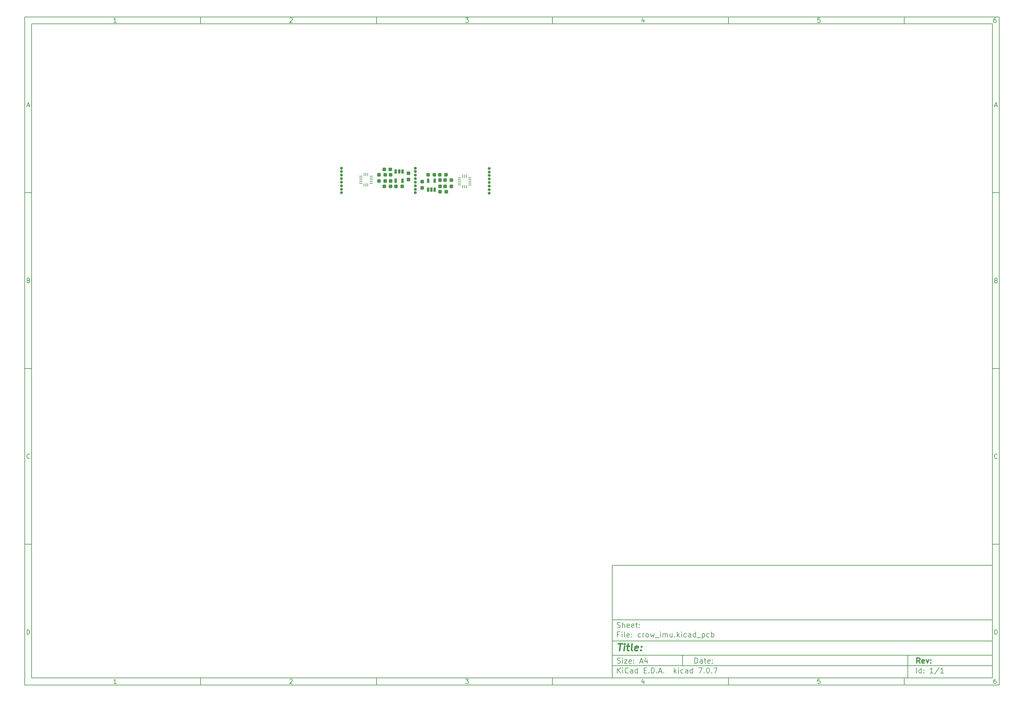
<source format=gts>
%TF.GenerationSoftware,KiCad,Pcbnew,7.0.7*%
%TF.CreationDate,2024-01-01T11:16:14+09:00*%
%TF.ProjectId,crow_imu,63726f77-5f69-46d7-952e-6b696361645f,rev?*%
%TF.SameCoordinates,Original*%
%TF.FileFunction,Soldermask,Top*%
%TF.FilePolarity,Negative*%
%FSLAX46Y46*%
G04 Gerber Fmt 4.6, Leading zero omitted, Abs format (unit mm)*
G04 Created by KiCad (PCBNEW 7.0.7) date 2024-01-01 11:16:14*
%MOMM*%
%LPD*%
G01*
G04 APERTURE LIST*
G04 Aperture macros list*
%AMRoundRect*
0 Rectangle with rounded corners*
0 $1 Rounding radius*
0 $2 $3 $4 $5 $6 $7 $8 $9 X,Y pos of 4 corners*
0 Add a 4 corners polygon primitive as box body*
4,1,4,$2,$3,$4,$5,$6,$7,$8,$9,$2,$3,0*
0 Add four circle primitives for the rounded corners*
1,1,$1+$1,$2,$3*
1,1,$1+$1,$4,$5*
1,1,$1+$1,$6,$7*
1,1,$1+$1,$8,$9*
0 Add four rect primitives between the rounded corners*
20,1,$1+$1,$2,$3,$4,$5,0*
20,1,$1+$1,$4,$5,$6,$7,0*
20,1,$1+$1,$6,$7,$8,$9,0*
20,1,$1+$1,$8,$9,$2,$3,0*%
G04 Aperture macros list end*
%ADD10C,0.100000*%
%ADD11C,0.150000*%
%ADD12C,0.300000*%
%ADD13C,0.400000*%
%ADD14RoundRect,0.237500X0.287500X0.237500X-0.287500X0.237500X-0.287500X-0.237500X0.287500X-0.237500X0*%
%ADD15RoundRect,0.237500X0.237500X-0.287500X0.237500X0.287500X-0.237500X0.287500X-0.237500X-0.287500X0*%
%ADD16R,0.650000X1.220000*%
%ADD17R,0.850000X0.250000*%
%ADD18R,0.250000X0.850000*%
%ADD19RoundRect,0.237500X-0.237500X0.287500X-0.237500X-0.287500X0.237500X-0.287500X0.237500X0.287500X0*%
%ADD20RoundRect,0.237500X-0.287500X-0.237500X0.287500X-0.237500X0.287500X0.237500X-0.287500X0.237500X0*%
%ADD21C,0.800000*%
%ADD22O,0.800000X0.800000*%
%ADD23C,0.850000*%
%ADD24O,0.850000X0.850000*%
G04 APERTURE END LIST*
D10*
D11*
X177002200Y-166007200D02*
X285002200Y-166007200D01*
X285002200Y-198007200D01*
X177002200Y-198007200D01*
X177002200Y-166007200D01*
D10*
D11*
X10000000Y-10000000D02*
X287002200Y-10000000D01*
X287002200Y-200007200D01*
X10000000Y-200007200D01*
X10000000Y-10000000D01*
D10*
D11*
X12000000Y-12000000D02*
X285002200Y-12000000D01*
X285002200Y-198007200D01*
X12000000Y-198007200D01*
X12000000Y-12000000D01*
D10*
D11*
X60000000Y-12000000D02*
X60000000Y-10000000D01*
D10*
D11*
X110000000Y-12000000D02*
X110000000Y-10000000D01*
D10*
D11*
X160000000Y-12000000D02*
X160000000Y-10000000D01*
D10*
D11*
X210000000Y-12000000D02*
X210000000Y-10000000D01*
D10*
D11*
X260000000Y-12000000D02*
X260000000Y-10000000D01*
D10*
D11*
X36089160Y-11593604D02*
X35346303Y-11593604D01*
X35717731Y-11593604D02*
X35717731Y-10293604D01*
X35717731Y-10293604D02*
X35593922Y-10479319D01*
X35593922Y-10479319D02*
X35470112Y-10603128D01*
X35470112Y-10603128D02*
X35346303Y-10665033D01*
D10*
D11*
X85346303Y-10417414D02*
X85408207Y-10355509D01*
X85408207Y-10355509D02*
X85532017Y-10293604D01*
X85532017Y-10293604D02*
X85841541Y-10293604D01*
X85841541Y-10293604D02*
X85965350Y-10355509D01*
X85965350Y-10355509D02*
X86027255Y-10417414D01*
X86027255Y-10417414D02*
X86089160Y-10541223D01*
X86089160Y-10541223D02*
X86089160Y-10665033D01*
X86089160Y-10665033D02*
X86027255Y-10850747D01*
X86027255Y-10850747D02*
X85284398Y-11593604D01*
X85284398Y-11593604D02*
X86089160Y-11593604D01*
D10*
D11*
X135284398Y-10293604D02*
X136089160Y-10293604D01*
X136089160Y-10293604D02*
X135655826Y-10788842D01*
X135655826Y-10788842D02*
X135841541Y-10788842D01*
X135841541Y-10788842D02*
X135965350Y-10850747D01*
X135965350Y-10850747D02*
X136027255Y-10912652D01*
X136027255Y-10912652D02*
X136089160Y-11036461D01*
X136089160Y-11036461D02*
X136089160Y-11345985D01*
X136089160Y-11345985D02*
X136027255Y-11469795D01*
X136027255Y-11469795D02*
X135965350Y-11531700D01*
X135965350Y-11531700D02*
X135841541Y-11593604D01*
X135841541Y-11593604D02*
X135470112Y-11593604D01*
X135470112Y-11593604D02*
X135346303Y-11531700D01*
X135346303Y-11531700D02*
X135284398Y-11469795D01*
D10*
D11*
X185965350Y-10726938D02*
X185965350Y-11593604D01*
X185655826Y-10231700D02*
X185346303Y-11160271D01*
X185346303Y-11160271D02*
X186151064Y-11160271D01*
D10*
D11*
X236027255Y-10293604D02*
X235408207Y-10293604D01*
X235408207Y-10293604D02*
X235346303Y-10912652D01*
X235346303Y-10912652D02*
X235408207Y-10850747D01*
X235408207Y-10850747D02*
X235532017Y-10788842D01*
X235532017Y-10788842D02*
X235841541Y-10788842D01*
X235841541Y-10788842D02*
X235965350Y-10850747D01*
X235965350Y-10850747D02*
X236027255Y-10912652D01*
X236027255Y-10912652D02*
X236089160Y-11036461D01*
X236089160Y-11036461D02*
X236089160Y-11345985D01*
X236089160Y-11345985D02*
X236027255Y-11469795D01*
X236027255Y-11469795D02*
X235965350Y-11531700D01*
X235965350Y-11531700D02*
X235841541Y-11593604D01*
X235841541Y-11593604D02*
X235532017Y-11593604D01*
X235532017Y-11593604D02*
X235408207Y-11531700D01*
X235408207Y-11531700D02*
X235346303Y-11469795D01*
D10*
D11*
X285965350Y-10293604D02*
X285717731Y-10293604D01*
X285717731Y-10293604D02*
X285593922Y-10355509D01*
X285593922Y-10355509D02*
X285532017Y-10417414D01*
X285532017Y-10417414D02*
X285408207Y-10603128D01*
X285408207Y-10603128D02*
X285346303Y-10850747D01*
X285346303Y-10850747D02*
X285346303Y-11345985D01*
X285346303Y-11345985D02*
X285408207Y-11469795D01*
X285408207Y-11469795D02*
X285470112Y-11531700D01*
X285470112Y-11531700D02*
X285593922Y-11593604D01*
X285593922Y-11593604D02*
X285841541Y-11593604D01*
X285841541Y-11593604D02*
X285965350Y-11531700D01*
X285965350Y-11531700D02*
X286027255Y-11469795D01*
X286027255Y-11469795D02*
X286089160Y-11345985D01*
X286089160Y-11345985D02*
X286089160Y-11036461D01*
X286089160Y-11036461D02*
X286027255Y-10912652D01*
X286027255Y-10912652D02*
X285965350Y-10850747D01*
X285965350Y-10850747D02*
X285841541Y-10788842D01*
X285841541Y-10788842D02*
X285593922Y-10788842D01*
X285593922Y-10788842D02*
X285470112Y-10850747D01*
X285470112Y-10850747D02*
X285408207Y-10912652D01*
X285408207Y-10912652D02*
X285346303Y-11036461D01*
D10*
D11*
X60000000Y-198007200D02*
X60000000Y-200007200D01*
D10*
D11*
X110000000Y-198007200D02*
X110000000Y-200007200D01*
D10*
D11*
X160000000Y-198007200D02*
X160000000Y-200007200D01*
D10*
D11*
X210000000Y-198007200D02*
X210000000Y-200007200D01*
D10*
D11*
X260000000Y-198007200D02*
X260000000Y-200007200D01*
D10*
D11*
X36089160Y-199600804D02*
X35346303Y-199600804D01*
X35717731Y-199600804D02*
X35717731Y-198300804D01*
X35717731Y-198300804D02*
X35593922Y-198486519D01*
X35593922Y-198486519D02*
X35470112Y-198610328D01*
X35470112Y-198610328D02*
X35346303Y-198672233D01*
D10*
D11*
X85346303Y-198424614D02*
X85408207Y-198362709D01*
X85408207Y-198362709D02*
X85532017Y-198300804D01*
X85532017Y-198300804D02*
X85841541Y-198300804D01*
X85841541Y-198300804D02*
X85965350Y-198362709D01*
X85965350Y-198362709D02*
X86027255Y-198424614D01*
X86027255Y-198424614D02*
X86089160Y-198548423D01*
X86089160Y-198548423D02*
X86089160Y-198672233D01*
X86089160Y-198672233D02*
X86027255Y-198857947D01*
X86027255Y-198857947D02*
X85284398Y-199600804D01*
X85284398Y-199600804D02*
X86089160Y-199600804D01*
D10*
D11*
X135284398Y-198300804D02*
X136089160Y-198300804D01*
X136089160Y-198300804D02*
X135655826Y-198796042D01*
X135655826Y-198796042D02*
X135841541Y-198796042D01*
X135841541Y-198796042D02*
X135965350Y-198857947D01*
X135965350Y-198857947D02*
X136027255Y-198919852D01*
X136027255Y-198919852D02*
X136089160Y-199043661D01*
X136089160Y-199043661D02*
X136089160Y-199353185D01*
X136089160Y-199353185D02*
X136027255Y-199476995D01*
X136027255Y-199476995D02*
X135965350Y-199538900D01*
X135965350Y-199538900D02*
X135841541Y-199600804D01*
X135841541Y-199600804D02*
X135470112Y-199600804D01*
X135470112Y-199600804D02*
X135346303Y-199538900D01*
X135346303Y-199538900D02*
X135284398Y-199476995D01*
D10*
D11*
X185965350Y-198734138D02*
X185965350Y-199600804D01*
X185655826Y-198238900D02*
X185346303Y-199167471D01*
X185346303Y-199167471D02*
X186151064Y-199167471D01*
D10*
D11*
X236027255Y-198300804D02*
X235408207Y-198300804D01*
X235408207Y-198300804D02*
X235346303Y-198919852D01*
X235346303Y-198919852D02*
X235408207Y-198857947D01*
X235408207Y-198857947D02*
X235532017Y-198796042D01*
X235532017Y-198796042D02*
X235841541Y-198796042D01*
X235841541Y-198796042D02*
X235965350Y-198857947D01*
X235965350Y-198857947D02*
X236027255Y-198919852D01*
X236027255Y-198919852D02*
X236089160Y-199043661D01*
X236089160Y-199043661D02*
X236089160Y-199353185D01*
X236089160Y-199353185D02*
X236027255Y-199476995D01*
X236027255Y-199476995D02*
X235965350Y-199538900D01*
X235965350Y-199538900D02*
X235841541Y-199600804D01*
X235841541Y-199600804D02*
X235532017Y-199600804D01*
X235532017Y-199600804D02*
X235408207Y-199538900D01*
X235408207Y-199538900D02*
X235346303Y-199476995D01*
D10*
D11*
X285965350Y-198300804D02*
X285717731Y-198300804D01*
X285717731Y-198300804D02*
X285593922Y-198362709D01*
X285593922Y-198362709D02*
X285532017Y-198424614D01*
X285532017Y-198424614D02*
X285408207Y-198610328D01*
X285408207Y-198610328D02*
X285346303Y-198857947D01*
X285346303Y-198857947D02*
X285346303Y-199353185D01*
X285346303Y-199353185D02*
X285408207Y-199476995D01*
X285408207Y-199476995D02*
X285470112Y-199538900D01*
X285470112Y-199538900D02*
X285593922Y-199600804D01*
X285593922Y-199600804D02*
X285841541Y-199600804D01*
X285841541Y-199600804D02*
X285965350Y-199538900D01*
X285965350Y-199538900D02*
X286027255Y-199476995D01*
X286027255Y-199476995D02*
X286089160Y-199353185D01*
X286089160Y-199353185D02*
X286089160Y-199043661D01*
X286089160Y-199043661D02*
X286027255Y-198919852D01*
X286027255Y-198919852D02*
X285965350Y-198857947D01*
X285965350Y-198857947D02*
X285841541Y-198796042D01*
X285841541Y-198796042D02*
X285593922Y-198796042D01*
X285593922Y-198796042D02*
X285470112Y-198857947D01*
X285470112Y-198857947D02*
X285408207Y-198919852D01*
X285408207Y-198919852D02*
X285346303Y-199043661D01*
D10*
D11*
X10000000Y-60000000D02*
X12000000Y-60000000D01*
D10*
D11*
X10000000Y-110000000D02*
X12000000Y-110000000D01*
D10*
D11*
X10000000Y-160000000D02*
X12000000Y-160000000D01*
D10*
D11*
X10690476Y-35222176D02*
X11309523Y-35222176D01*
X10566666Y-35593604D02*
X10999999Y-34293604D01*
X10999999Y-34293604D02*
X11433333Y-35593604D01*
D10*
D11*
X11092857Y-84912652D02*
X11278571Y-84974557D01*
X11278571Y-84974557D02*
X11340476Y-85036461D01*
X11340476Y-85036461D02*
X11402380Y-85160271D01*
X11402380Y-85160271D02*
X11402380Y-85345985D01*
X11402380Y-85345985D02*
X11340476Y-85469795D01*
X11340476Y-85469795D02*
X11278571Y-85531700D01*
X11278571Y-85531700D02*
X11154761Y-85593604D01*
X11154761Y-85593604D02*
X10659523Y-85593604D01*
X10659523Y-85593604D02*
X10659523Y-84293604D01*
X10659523Y-84293604D02*
X11092857Y-84293604D01*
X11092857Y-84293604D02*
X11216666Y-84355509D01*
X11216666Y-84355509D02*
X11278571Y-84417414D01*
X11278571Y-84417414D02*
X11340476Y-84541223D01*
X11340476Y-84541223D02*
X11340476Y-84665033D01*
X11340476Y-84665033D02*
X11278571Y-84788842D01*
X11278571Y-84788842D02*
X11216666Y-84850747D01*
X11216666Y-84850747D02*
X11092857Y-84912652D01*
X11092857Y-84912652D02*
X10659523Y-84912652D01*
D10*
D11*
X11402380Y-135469795D02*
X11340476Y-135531700D01*
X11340476Y-135531700D02*
X11154761Y-135593604D01*
X11154761Y-135593604D02*
X11030952Y-135593604D01*
X11030952Y-135593604D02*
X10845238Y-135531700D01*
X10845238Y-135531700D02*
X10721428Y-135407890D01*
X10721428Y-135407890D02*
X10659523Y-135284080D01*
X10659523Y-135284080D02*
X10597619Y-135036461D01*
X10597619Y-135036461D02*
X10597619Y-134850747D01*
X10597619Y-134850747D02*
X10659523Y-134603128D01*
X10659523Y-134603128D02*
X10721428Y-134479319D01*
X10721428Y-134479319D02*
X10845238Y-134355509D01*
X10845238Y-134355509D02*
X11030952Y-134293604D01*
X11030952Y-134293604D02*
X11154761Y-134293604D01*
X11154761Y-134293604D02*
X11340476Y-134355509D01*
X11340476Y-134355509D02*
X11402380Y-134417414D01*
D10*
D11*
X10659523Y-185593604D02*
X10659523Y-184293604D01*
X10659523Y-184293604D02*
X10969047Y-184293604D01*
X10969047Y-184293604D02*
X11154761Y-184355509D01*
X11154761Y-184355509D02*
X11278571Y-184479319D01*
X11278571Y-184479319D02*
X11340476Y-184603128D01*
X11340476Y-184603128D02*
X11402380Y-184850747D01*
X11402380Y-184850747D02*
X11402380Y-185036461D01*
X11402380Y-185036461D02*
X11340476Y-185284080D01*
X11340476Y-185284080D02*
X11278571Y-185407890D01*
X11278571Y-185407890D02*
X11154761Y-185531700D01*
X11154761Y-185531700D02*
X10969047Y-185593604D01*
X10969047Y-185593604D02*
X10659523Y-185593604D01*
D10*
D11*
X287002200Y-60000000D02*
X285002200Y-60000000D01*
D10*
D11*
X287002200Y-110000000D02*
X285002200Y-110000000D01*
D10*
D11*
X287002200Y-160000000D02*
X285002200Y-160000000D01*
D10*
D11*
X285692676Y-35222176D02*
X286311723Y-35222176D01*
X285568866Y-35593604D02*
X286002199Y-34293604D01*
X286002199Y-34293604D02*
X286435533Y-35593604D01*
D10*
D11*
X286095057Y-84912652D02*
X286280771Y-84974557D01*
X286280771Y-84974557D02*
X286342676Y-85036461D01*
X286342676Y-85036461D02*
X286404580Y-85160271D01*
X286404580Y-85160271D02*
X286404580Y-85345985D01*
X286404580Y-85345985D02*
X286342676Y-85469795D01*
X286342676Y-85469795D02*
X286280771Y-85531700D01*
X286280771Y-85531700D02*
X286156961Y-85593604D01*
X286156961Y-85593604D02*
X285661723Y-85593604D01*
X285661723Y-85593604D02*
X285661723Y-84293604D01*
X285661723Y-84293604D02*
X286095057Y-84293604D01*
X286095057Y-84293604D02*
X286218866Y-84355509D01*
X286218866Y-84355509D02*
X286280771Y-84417414D01*
X286280771Y-84417414D02*
X286342676Y-84541223D01*
X286342676Y-84541223D02*
X286342676Y-84665033D01*
X286342676Y-84665033D02*
X286280771Y-84788842D01*
X286280771Y-84788842D02*
X286218866Y-84850747D01*
X286218866Y-84850747D02*
X286095057Y-84912652D01*
X286095057Y-84912652D02*
X285661723Y-84912652D01*
D10*
D11*
X286404580Y-135469795D02*
X286342676Y-135531700D01*
X286342676Y-135531700D02*
X286156961Y-135593604D01*
X286156961Y-135593604D02*
X286033152Y-135593604D01*
X286033152Y-135593604D02*
X285847438Y-135531700D01*
X285847438Y-135531700D02*
X285723628Y-135407890D01*
X285723628Y-135407890D02*
X285661723Y-135284080D01*
X285661723Y-135284080D02*
X285599819Y-135036461D01*
X285599819Y-135036461D02*
X285599819Y-134850747D01*
X285599819Y-134850747D02*
X285661723Y-134603128D01*
X285661723Y-134603128D02*
X285723628Y-134479319D01*
X285723628Y-134479319D02*
X285847438Y-134355509D01*
X285847438Y-134355509D02*
X286033152Y-134293604D01*
X286033152Y-134293604D02*
X286156961Y-134293604D01*
X286156961Y-134293604D02*
X286342676Y-134355509D01*
X286342676Y-134355509D02*
X286404580Y-134417414D01*
D10*
D11*
X285661723Y-185593604D02*
X285661723Y-184293604D01*
X285661723Y-184293604D02*
X285971247Y-184293604D01*
X285971247Y-184293604D02*
X286156961Y-184355509D01*
X286156961Y-184355509D02*
X286280771Y-184479319D01*
X286280771Y-184479319D02*
X286342676Y-184603128D01*
X286342676Y-184603128D02*
X286404580Y-184850747D01*
X286404580Y-184850747D02*
X286404580Y-185036461D01*
X286404580Y-185036461D02*
X286342676Y-185284080D01*
X286342676Y-185284080D02*
X286280771Y-185407890D01*
X286280771Y-185407890D02*
X286156961Y-185531700D01*
X286156961Y-185531700D02*
X285971247Y-185593604D01*
X285971247Y-185593604D02*
X285661723Y-185593604D01*
D10*
D11*
X200458026Y-193793328D02*
X200458026Y-192293328D01*
X200458026Y-192293328D02*
X200815169Y-192293328D01*
X200815169Y-192293328D02*
X201029455Y-192364757D01*
X201029455Y-192364757D02*
X201172312Y-192507614D01*
X201172312Y-192507614D02*
X201243741Y-192650471D01*
X201243741Y-192650471D02*
X201315169Y-192936185D01*
X201315169Y-192936185D02*
X201315169Y-193150471D01*
X201315169Y-193150471D02*
X201243741Y-193436185D01*
X201243741Y-193436185D02*
X201172312Y-193579042D01*
X201172312Y-193579042D02*
X201029455Y-193721900D01*
X201029455Y-193721900D02*
X200815169Y-193793328D01*
X200815169Y-193793328D02*
X200458026Y-193793328D01*
X202600884Y-193793328D02*
X202600884Y-193007614D01*
X202600884Y-193007614D02*
X202529455Y-192864757D01*
X202529455Y-192864757D02*
X202386598Y-192793328D01*
X202386598Y-192793328D02*
X202100884Y-192793328D01*
X202100884Y-192793328D02*
X201958026Y-192864757D01*
X202600884Y-193721900D02*
X202458026Y-193793328D01*
X202458026Y-193793328D02*
X202100884Y-193793328D01*
X202100884Y-193793328D02*
X201958026Y-193721900D01*
X201958026Y-193721900D02*
X201886598Y-193579042D01*
X201886598Y-193579042D02*
X201886598Y-193436185D01*
X201886598Y-193436185D02*
X201958026Y-193293328D01*
X201958026Y-193293328D02*
X202100884Y-193221900D01*
X202100884Y-193221900D02*
X202458026Y-193221900D01*
X202458026Y-193221900D02*
X202600884Y-193150471D01*
X203100884Y-192793328D02*
X203672312Y-192793328D01*
X203315169Y-192293328D02*
X203315169Y-193579042D01*
X203315169Y-193579042D02*
X203386598Y-193721900D01*
X203386598Y-193721900D02*
X203529455Y-193793328D01*
X203529455Y-193793328D02*
X203672312Y-193793328D01*
X204743741Y-193721900D02*
X204600884Y-193793328D01*
X204600884Y-193793328D02*
X204315170Y-193793328D01*
X204315170Y-193793328D02*
X204172312Y-193721900D01*
X204172312Y-193721900D02*
X204100884Y-193579042D01*
X204100884Y-193579042D02*
X204100884Y-193007614D01*
X204100884Y-193007614D02*
X204172312Y-192864757D01*
X204172312Y-192864757D02*
X204315170Y-192793328D01*
X204315170Y-192793328D02*
X204600884Y-192793328D01*
X204600884Y-192793328D02*
X204743741Y-192864757D01*
X204743741Y-192864757D02*
X204815170Y-193007614D01*
X204815170Y-193007614D02*
X204815170Y-193150471D01*
X204815170Y-193150471D02*
X204100884Y-193293328D01*
X205458026Y-193650471D02*
X205529455Y-193721900D01*
X205529455Y-193721900D02*
X205458026Y-193793328D01*
X205458026Y-193793328D02*
X205386598Y-193721900D01*
X205386598Y-193721900D02*
X205458026Y-193650471D01*
X205458026Y-193650471D02*
X205458026Y-193793328D01*
X205458026Y-192864757D02*
X205529455Y-192936185D01*
X205529455Y-192936185D02*
X205458026Y-193007614D01*
X205458026Y-193007614D02*
X205386598Y-192936185D01*
X205386598Y-192936185D02*
X205458026Y-192864757D01*
X205458026Y-192864757D02*
X205458026Y-193007614D01*
D10*
D11*
X177002200Y-194507200D02*
X285002200Y-194507200D01*
D10*
D11*
X178458026Y-196593328D02*
X178458026Y-195093328D01*
X179315169Y-196593328D02*
X178672312Y-195736185D01*
X179315169Y-195093328D02*
X178458026Y-195950471D01*
X179958026Y-196593328D02*
X179958026Y-195593328D01*
X179958026Y-195093328D02*
X179886598Y-195164757D01*
X179886598Y-195164757D02*
X179958026Y-195236185D01*
X179958026Y-195236185D02*
X180029455Y-195164757D01*
X180029455Y-195164757D02*
X179958026Y-195093328D01*
X179958026Y-195093328D02*
X179958026Y-195236185D01*
X181529455Y-196450471D02*
X181458027Y-196521900D01*
X181458027Y-196521900D02*
X181243741Y-196593328D01*
X181243741Y-196593328D02*
X181100884Y-196593328D01*
X181100884Y-196593328D02*
X180886598Y-196521900D01*
X180886598Y-196521900D02*
X180743741Y-196379042D01*
X180743741Y-196379042D02*
X180672312Y-196236185D01*
X180672312Y-196236185D02*
X180600884Y-195950471D01*
X180600884Y-195950471D02*
X180600884Y-195736185D01*
X180600884Y-195736185D02*
X180672312Y-195450471D01*
X180672312Y-195450471D02*
X180743741Y-195307614D01*
X180743741Y-195307614D02*
X180886598Y-195164757D01*
X180886598Y-195164757D02*
X181100884Y-195093328D01*
X181100884Y-195093328D02*
X181243741Y-195093328D01*
X181243741Y-195093328D02*
X181458027Y-195164757D01*
X181458027Y-195164757D02*
X181529455Y-195236185D01*
X182815170Y-196593328D02*
X182815170Y-195807614D01*
X182815170Y-195807614D02*
X182743741Y-195664757D01*
X182743741Y-195664757D02*
X182600884Y-195593328D01*
X182600884Y-195593328D02*
X182315170Y-195593328D01*
X182315170Y-195593328D02*
X182172312Y-195664757D01*
X182815170Y-196521900D02*
X182672312Y-196593328D01*
X182672312Y-196593328D02*
X182315170Y-196593328D01*
X182315170Y-196593328D02*
X182172312Y-196521900D01*
X182172312Y-196521900D02*
X182100884Y-196379042D01*
X182100884Y-196379042D02*
X182100884Y-196236185D01*
X182100884Y-196236185D02*
X182172312Y-196093328D01*
X182172312Y-196093328D02*
X182315170Y-196021900D01*
X182315170Y-196021900D02*
X182672312Y-196021900D01*
X182672312Y-196021900D02*
X182815170Y-195950471D01*
X184172313Y-196593328D02*
X184172313Y-195093328D01*
X184172313Y-196521900D02*
X184029455Y-196593328D01*
X184029455Y-196593328D02*
X183743741Y-196593328D01*
X183743741Y-196593328D02*
X183600884Y-196521900D01*
X183600884Y-196521900D02*
X183529455Y-196450471D01*
X183529455Y-196450471D02*
X183458027Y-196307614D01*
X183458027Y-196307614D02*
X183458027Y-195879042D01*
X183458027Y-195879042D02*
X183529455Y-195736185D01*
X183529455Y-195736185D02*
X183600884Y-195664757D01*
X183600884Y-195664757D02*
X183743741Y-195593328D01*
X183743741Y-195593328D02*
X184029455Y-195593328D01*
X184029455Y-195593328D02*
X184172313Y-195664757D01*
X186029455Y-195807614D02*
X186529455Y-195807614D01*
X186743741Y-196593328D02*
X186029455Y-196593328D01*
X186029455Y-196593328D02*
X186029455Y-195093328D01*
X186029455Y-195093328D02*
X186743741Y-195093328D01*
X187386598Y-196450471D02*
X187458027Y-196521900D01*
X187458027Y-196521900D02*
X187386598Y-196593328D01*
X187386598Y-196593328D02*
X187315170Y-196521900D01*
X187315170Y-196521900D02*
X187386598Y-196450471D01*
X187386598Y-196450471D02*
X187386598Y-196593328D01*
X188100884Y-196593328D02*
X188100884Y-195093328D01*
X188100884Y-195093328D02*
X188458027Y-195093328D01*
X188458027Y-195093328D02*
X188672313Y-195164757D01*
X188672313Y-195164757D02*
X188815170Y-195307614D01*
X188815170Y-195307614D02*
X188886599Y-195450471D01*
X188886599Y-195450471D02*
X188958027Y-195736185D01*
X188958027Y-195736185D02*
X188958027Y-195950471D01*
X188958027Y-195950471D02*
X188886599Y-196236185D01*
X188886599Y-196236185D02*
X188815170Y-196379042D01*
X188815170Y-196379042D02*
X188672313Y-196521900D01*
X188672313Y-196521900D02*
X188458027Y-196593328D01*
X188458027Y-196593328D02*
X188100884Y-196593328D01*
X189600884Y-196450471D02*
X189672313Y-196521900D01*
X189672313Y-196521900D02*
X189600884Y-196593328D01*
X189600884Y-196593328D02*
X189529456Y-196521900D01*
X189529456Y-196521900D02*
X189600884Y-196450471D01*
X189600884Y-196450471D02*
X189600884Y-196593328D01*
X190243742Y-196164757D02*
X190958028Y-196164757D01*
X190100885Y-196593328D02*
X190600885Y-195093328D01*
X190600885Y-195093328D02*
X191100885Y-196593328D01*
X191600884Y-196450471D02*
X191672313Y-196521900D01*
X191672313Y-196521900D02*
X191600884Y-196593328D01*
X191600884Y-196593328D02*
X191529456Y-196521900D01*
X191529456Y-196521900D02*
X191600884Y-196450471D01*
X191600884Y-196450471D02*
X191600884Y-196593328D01*
X194600884Y-196593328D02*
X194600884Y-195093328D01*
X194743742Y-196021900D02*
X195172313Y-196593328D01*
X195172313Y-195593328D02*
X194600884Y-196164757D01*
X195815170Y-196593328D02*
X195815170Y-195593328D01*
X195815170Y-195093328D02*
X195743742Y-195164757D01*
X195743742Y-195164757D02*
X195815170Y-195236185D01*
X195815170Y-195236185D02*
X195886599Y-195164757D01*
X195886599Y-195164757D02*
X195815170Y-195093328D01*
X195815170Y-195093328D02*
X195815170Y-195236185D01*
X197172314Y-196521900D02*
X197029456Y-196593328D01*
X197029456Y-196593328D02*
X196743742Y-196593328D01*
X196743742Y-196593328D02*
X196600885Y-196521900D01*
X196600885Y-196521900D02*
X196529456Y-196450471D01*
X196529456Y-196450471D02*
X196458028Y-196307614D01*
X196458028Y-196307614D02*
X196458028Y-195879042D01*
X196458028Y-195879042D02*
X196529456Y-195736185D01*
X196529456Y-195736185D02*
X196600885Y-195664757D01*
X196600885Y-195664757D02*
X196743742Y-195593328D01*
X196743742Y-195593328D02*
X197029456Y-195593328D01*
X197029456Y-195593328D02*
X197172314Y-195664757D01*
X198458028Y-196593328D02*
X198458028Y-195807614D01*
X198458028Y-195807614D02*
X198386599Y-195664757D01*
X198386599Y-195664757D02*
X198243742Y-195593328D01*
X198243742Y-195593328D02*
X197958028Y-195593328D01*
X197958028Y-195593328D02*
X197815170Y-195664757D01*
X198458028Y-196521900D02*
X198315170Y-196593328D01*
X198315170Y-196593328D02*
X197958028Y-196593328D01*
X197958028Y-196593328D02*
X197815170Y-196521900D01*
X197815170Y-196521900D02*
X197743742Y-196379042D01*
X197743742Y-196379042D02*
X197743742Y-196236185D01*
X197743742Y-196236185D02*
X197815170Y-196093328D01*
X197815170Y-196093328D02*
X197958028Y-196021900D01*
X197958028Y-196021900D02*
X198315170Y-196021900D01*
X198315170Y-196021900D02*
X198458028Y-195950471D01*
X199815171Y-196593328D02*
X199815171Y-195093328D01*
X199815171Y-196521900D02*
X199672313Y-196593328D01*
X199672313Y-196593328D02*
X199386599Y-196593328D01*
X199386599Y-196593328D02*
X199243742Y-196521900D01*
X199243742Y-196521900D02*
X199172313Y-196450471D01*
X199172313Y-196450471D02*
X199100885Y-196307614D01*
X199100885Y-196307614D02*
X199100885Y-195879042D01*
X199100885Y-195879042D02*
X199172313Y-195736185D01*
X199172313Y-195736185D02*
X199243742Y-195664757D01*
X199243742Y-195664757D02*
X199386599Y-195593328D01*
X199386599Y-195593328D02*
X199672313Y-195593328D01*
X199672313Y-195593328D02*
X199815171Y-195664757D01*
X201529456Y-195093328D02*
X202529456Y-195093328D01*
X202529456Y-195093328D02*
X201886599Y-196593328D01*
X203100884Y-196450471D02*
X203172313Y-196521900D01*
X203172313Y-196521900D02*
X203100884Y-196593328D01*
X203100884Y-196593328D02*
X203029456Y-196521900D01*
X203029456Y-196521900D02*
X203100884Y-196450471D01*
X203100884Y-196450471D02*
X203100884Y-196593328D01*
X204100885Y-195093328D02*
X204243742Y-195093328D01*
X204243742Y-195093328D02*
X204386599Y-195164757D01*
X204386599Y-195164757D02*
X204458028Y-195236185D01*
X204458028Y-195236185D02*
X204529456Y-195379042D01*
X204529456Y-195379042D02*
X204600885Y-195664757D01*
X204600885Y-195664757D02*
X204600885Y-196021900D01*
X204600885Y-196021900D02*
X204529456Y-196307614D01*
X204529456Y-196307614D02*
X204458028Y-196450471D01*
X204458028Y-196450471D02*
X204386599Y-196521900D01*
X204386599Y-196521900D02*
X204243742Y-196593328D01*
X204243742Y-196593328D02*
X204100885Y-196593328D01*
X204100885Y-196593328D02*
X203958028Y-196521900D01*
X203958028Y-196521900D02*
X203886599Y-196450471D01*
X203886599Y-196450471D02*
X203815170Y-196307614D01*
X203815170Y-196307614D02*
X203743742Y-196021900D01*
X203743742Y-196021900D02*
X203743742Y-195664757D01*
X203743742Y-195664757D02*
X203815170Y-195379042D01*
X203815170Y-195379042D02*
X203886599Y-195236185D01*
X203886599Y-195236185D02*
X203958028Y-195164757D01*
X203958028Y-195164757D02*
X204100885Y-195093328D01*
X205243741Y-196450471D02*
X205315170Y-196521900D01*
X205315170Y-196521900D02*
X205243741Y-196593328D01*
X205243741Y-196593328D02*
X205172313Y-196521900D01*
X205172313Y-196521900D02*
X205243741Y-196450471D01*
X205243741Y-196450471D02*
X205243741Y-196593328D01*
X205815170Y-195093328D02*
X206815170Y-195093328D01*
X206815170Y-195093328D02*
X206172313Y-196593328D01*
D10*
D11*
X177002200Y-191507200D02*
X285002200Y-191507200D01*
D10*
D12*
X264413853Y-193785528D02*
X263913853Y-193071242D01*
X263556710Y-193785528D02*
X263556710Y-192285528D01*
X263556710Y-192285528D02*
X264128139Y-192285528D01*
X264128139Y-192285528D02*
X264270996Y-192356957D01*
X264270996Y-192356957D02*
X264342425Y-192428385D01*
X264342425Y-192428385D02*
X264413853Y-192571242D01*
X264413853Y-192571242D02*
X264413853Y-192785528D01*
X264413853Y-192785528D02*
X264342425Y-192928385D01*
X264342425Y-192928385D02*
X264270996Y-192999814D01*
X264270996Y-192999814D02*
X264128139Y-193071242D01*
X264128139Y-193071242D02*
X263556710Y-193071242D01*
X265628139Y-193714100D02*
X265485282Y-193785528D01*
X265485282Y-193785528D02*
X265199568Y-193785528D01*
X265199568Y-193785528D02*
X265056710Y-193714100D01*
X265056710Y-193714100D02*
X264985282Y-193571242D01*
X264985282Y-193571242D02*
X264985282Y-192999814D01*
X264985282Y-192999814D02*
X265056710Y-192856957D01*
X265056710Y-192856957D02*
X265199568Y-192785528D01*
X265199568Y-192785528D02*
X265485282Y-192785528D01*
X265485282Y-192785528D02*
X265628139Y-192856957D01*
X265628139Y-192856957D02*
X265699568Y-192999814D01*
X265699568Y-192999814D02*
X265699568Y-193142671D01*
X265699568Y-193142671D02*
X264985282Y-193285528D01*
X266199567Y-192785528D02*
X266556710Y-193785528D01*
X266556710Y-193785528D02*
X266913853Y-192785528D01*
X267485281Y-193642671D02*
X267556710Y-193714100D01*
X267556710Y-193714100D02*
X267485281Y-193785528D01*
X267485281Y-193785528D02*
X267413853Y-193714100D01*
X267413853Y-193714100D02*
X267485281Y-193642671D01*
X267485281Y-193642671D02*
X267485281Y-193785528D01*
X267485281Y-192856957D02*
X267556710Y-192928385D01*
X267556710Y-192928385D02*
X267485281Y-192999814D01*
X267485281Y-192999814D02*
X267413853Y-192928385D01*
X267413853Y-192928385D02*
X267485281Y-192856957D01*
X267485281Y-192856957D02*
X267485281Y-192999814D01*
D10*
D11*
X178386598Y-193721900D02*
X178600884Y-193793328D01*
X178600884Y-193793328D02*
X178958026Y-193793328D01*
X178958026Y-193793328D02*
X179100884Y-193721900D01*
X179100884Y-193721900D02*
X179172312Y-193650471D01*
X179172312Y-193650471D02*
X179243741Y-193507614D01*
X179243741Y-193507614D02*
X179243741Y-193364757D01*
X179243741Y-193364757D02*
X179172312Y-193221900D01*
X179172312Y-193221900D02*
X179100884Y-193150471D01*
X179100884Y-193150471D02*
X178958026Y-193079042D01*
X178958026Y-193079042D02*
X178672312Y-193007614D01*
X178672312Y-193007614D02*
X178529455Y-192936185D01*
X178529455Y-192936185D02*
X178458026Y-192864757D01*
X178458026Y-192864757D02*
X178386598Y-192721900D01*
X178386598Y-192721900D02*
X178386598Y-192579042D01*
X178386598Y-192579042D02*
X178458026Y-192436185D01*
X178458026Y-192436185D02*
X178529455Y-192364757D01*
X178529455Y-192364757D02*
X178672312Y-192293328D01*
X178672312Y-192293328D02*
X179029455Y-192293328D01*
X179029455Y-192293328D02*
X179243741Y-192364757D01*
X179886597Y-193793328D02*
X179886597Y-192793328D01*
X179886597Y-192293328D02*
X179815169Y-192364757D01*
X179815169Y-192364757D02*
X179886597Y-192436185D01*
X179886597Y-192436185D02*
X179958026Y-192364757D01*
X179958026Y-192364757D02*
X179886597Y-192293328D01*
X179886597Y-192293328D02*
X179886597Y-192436185D01*
X180458026Y-192793328D02*
X181243741Y-192793328D01*
X181243741Y-192793328D02*
X180458026Y-193793328D01*
X180458026Y-193793328D02*
X181243741Y-193793328D01*
X182386598Y-193721900D02*
X182243741Y-193793328D01*
X182243741Y-193793328D02*
X181958027Y-193793328D01*
X181958027Y-193793328D02*
X181815169Y-193721900D01*
X181815169Y-193721900D02*
X181743741Y-193579042D01*
X181743741Y-193579042D02*
X181743741Y-193007614D01*
X181743741Y-193007614D02*
X181815169Y-192864757D01*
X181815169Y-192864757D02*
X181958027Y-192793328D01*
X181958027Y-192793328D02*
X182243741Y-192793328D01*
X182243741Y-192793328D02*
X182386598Y-192864757D01*
X182386598Y-192864757D02*
X182458027Y-193007614D01*
X182458027Y-193007614D02*
X182458027Y-193150471D01*
X182458027Y-193150471D02*
X181743741Y-193293328D01*
X183100883Y-193650471D02*
X183172312Y-193721900D01*
X183172312Y-193721900D02*
X183100883Y-193793328D01*
X183100883Y-193793328D02*
X183029455Y-193721900D01*
X183029455Y-193721900D02*
X183100883Y-193650471D01*
X183100883Y-193650471D02*
X183100883Y-193793328D01*
X183100883Y-192864757D02*
X183172312Y-192936185D01*
X183172312Y-192936185D02*
X183100883Y-193007614D01*
X183100883Y-193007614D02*
X183029455Y-192936185D01*
X183029455Y-192936185D02*
X183100883Y-192864757D01*
X183100883Y-192864757D02*
X183100883Y-193007614D01*
X184886598Y-193364757D02*
X185600884Y-193364757D01*
X184743741Y-193793328D02*
X185243741Y-192293328D01*
X185243741Y-192293328D02*
X185743741Y-193793328D01*
X186886598Y-192793328D02*
X186886598Y-193793328D01*
X186529455Y-192221900D02*
X186172312Y-193293328D01*
X186172312Y-193293328D02*
X187100883Y-193293328D01*
D10*
D11*
X263458026Y-196593328D02*
X263458026Y-195093328D01*
X264815170Y-196593328D02*
X264815170Y-195093328D01*
X264815170Y-196521900D02*
X264672312Y-196593328D01*
X264672312Y-196593328D02*
X264386598Y-196593328D01*
X264386598Y-196593328D02*
X264243741Y-196521900D01*
X264243741Y-196521900D02*
X264172312Y-196450471D01*
X264172312Y-196450471D02*
X264100884Y-196307614D01*
X264100884Y-196307614D02*
X264100884Y-195879042D01*
X264100884Y-195879042D02*
X264172312Y-195736185D01*
X264172312Y-195736185D02*
X264243741Y-195664757D01*
X264243741Y-195664757D02*
X264386598Y-195593328D01*
X264386598Y-195593328D02*
X264672312Y-195593328D01*
X264672312Y-195593328D02*
X264815170Y-195664757D01*
X265529455Y-196450471D02*
X265600884Y-196521900D01*
X265600884Y-196521900D02*
X265529455Y-196593328D01*
X265529455Y-196593328D02*
X265458027Y-196521900D01*
X265458027Y-196521900D02*
X265529455Y-196450471D01*
X265529455Y-196450471D02*
X265529455Y-196593328D01*
X265529455Y-195664757D02*
X265600884Y-195736185D01*
X265600884Y-195736185D02*
X265529455Y-195807614D01*
X265529455Y-195807614D02*
X265458027Y-195736185D01*
X265458027Y-195736185D02*
X265529455Y-195664757D01*
X265529455Y-195664757D02*
X265529455Y-195807614D01*
X268172313Y-196593328D02*
X267315170Y-196593328D01*
X267743741Y-196593328D02*
X267743741Y-195093328D01*
X267743741Y-195093328D02*
X267600884Y-195307614D01*
X267600884Y-195307614D02*
X267458027Y-195450471D01*
X267458027Y-195450471D02*
X267315170Y-195521900D01*
X269886598Y-195021900D02*
X268600884Y-196950471D01*
X271172313Y-196593328D02*
X270315170Y-196593328D01*
X270743741Y-196593328D02*
X270743741Y-195093328D01*
X270743741Y-195093328D02*
X270600884Y-195307614D01*
X270600884Y-195307614D02*
X270458027Y-195450471D01*
X270458027Y-195450471D02*
X270315170Y-195521900D01*
D10*
D11*
X177002200Y-187507200D02*
X285002200Y-187507200D01*
D10*
D13*
X178693928Y-188211638D02*
X179836785Y-188211638D01*
X179015357Y-190211638D02*
X179265357Y-188211638D01*
X180253452Y-190211638D02*
X180420119Y-188878304D01*
X180503452Y-188211638D02*
X180396309Y-188306876D01*
X180396309Y-188306876D02*
X180479643Y-188402114D01*
X180479643Y-188402114D02*
X180586786Y-188306876D01*
X180586786Y-188306876D02*
X180503452Y-188211638D01*
X180503452Y-188211638D02*
X180479643Y-188402114D01*
X181086786Y-188878304D02*
X181848690Y-188878304D01*
X181455833Y-188211638D02*
X181241548Y-189925923D01*
X181241548Y-189925923D02*
X181312976Y-190116400D01*
X181312976Y-190116400D02*
X181491548Y-190211638D01*
X181491548Y-190211638D02*
X181682024Y-190211638D01*
X182634405Y-190211638D02*
X182455833Y-190116400D01*
X182455833Y-190116400D02*
X182384405Y-189925923D01*
X182384405Y-189925923D02*
X182598690Y-188211638D01*
X184170119Y-190116400D02*
X183967738Y-190211638D01*
X183967738Y-190211638D02*
X183586785Y-190211638D01*
X183586785Y-190211638D02*
X183408214Y-190116400D01*
X183408214Y-190116400D02*
X183336785Y-189925923D01*
X183336785Y-189925923D02*
X183432024Y-189164019D01*
X183432024Y-189164019D02*
X183551071Y-188973542D01*
X183551071Y-188973542D02*
X183753452Y-188878304D01*
X183753452Y-188878304D02*
X184134404Y-188878304D01*
X184134404Y-188878304D02*
X184312976Y-188973542D01*
X184312976Y-188973542D02*
X184384404Y-189164019D01*
X184384404Y-189164019D02*
X184360595Y-189354495D01*
X184360595Y-189354495D02*
X183384404Y-189544971D01*
X185134405Y-190021161D02*
X185217738Y-190116400D01*
X185217738Y-190116400D02*
X185110595Y-190211638D01*
X185110595Y-190211638D02*
X185027262Y-190116400D01*
X185027262Y-190116400D02*
X185134405Y-190021161D01*
X185134405Y-190021161D02*
X185110595Y-190211638D01*
X185265357Y-188973542D02*
X185348690Y-189068780D01*
X185348690Y-189068780D02*
X185241548Y-189164019D01*
X185241548Y-189164019D02*
X185158214Y-189068780D01*
X185158214Y-189068780D02*
X185265357Y-188973542D01*
X185265357Y-188973542D02*
X185241548Y-189164019D01*
D10*
D11*
X178958026Y-185607614D02*
X178458026Y-185607614D01*
X178458026Y-186393328D02*
X178458026Y-184893328D01*
X178458026Y-184893328D02*
X179172312Y-184893328D01*
X179743740Y-186393328D02*
X179743740Y-185393328D01*
X179743740Y-184893328D02*
X179672312Y-184964757D01*
X179672312Y-184964757D02*
X179743740Y-185036185D01*
X179743740Y-185036185D02*
X179815169Y-184964757D01*
X179815169Y-184964757D02*
X179743740Y-184893328D01*
X179743740Y-184893328D02*
X179743740Y-185036185D01*
X180672312Y-186393328D02*
X180529455Y-186321900D01*
X180529455Y-186321900D02*
X180458026Y-186179042D01*
X180458026Y-186179042D02*
X180458026Y-184893328D01*
X181815169Y-186321900D02*
X181672312Y-186393328D01*
X181672312Y-186393328D02*
X181386598Y-186393328D01*
X181386598Y-186393328D02*
X181243740Y-186321900D01*
X181243740Y-186321900D02*
X181172312Y-186179042D01*
X181172312Y-186179042D02*
X181172312Y-185607614D01*
X181172312Y-185607614D02*
X181243740Y-185464757D01*
X181243740Y-185464757D02*
X181386598Y-185393328D01*
X181386598Y-185393328D02*
X181672312Y-185393328D01*
X181672312Y-185393328D02*
X181815169Y-185464757D01*
X181815169Y-185464757D02*
X181886598Y-185607614D01*
X181886598Y-185607614D02*
X181886598Y-185750471D01*
X181886598Y-185750471D02*
X181172312Y-185893328D01*
X182529454Y-186250471D02*
X182600883Y-186321900D01*
X182600883Y-186321900D02*
X182529454Y-186393328D01*
X182529454Y-186393328D02*
X182458026Y-186321900D01*
X182458026Y-186321900D02*
X182529454Y-186250471D01*
X182529454Y-186250471D02*
X182529454Y-186393328D01*
X182529454Y-185464757D02*
X182600883Y-185536185D01*
X182600883Y-185536185D02*
X182529454Y-185607614D01*
X182529454Y-185607614D02*
X182458026Y-185536185D01*
X182458026Y-185536185D02*
X182529454Y-185464757D01*
X182529454Y-185464757D02*
X182529454Y-185607614D01*
X185029455Y-186321900D02*
X184886597Y-186393328D01*
X184886597Y-186393328D02*
X184600883Y-186393328D01*
X184600883Y-186393328D02*
X184458026Y-186321900D01*
X184458026Y-186321900D02*
X184386597Y-186250471D01*
X184386597Y-186250471D02*
X184315169Y-186107614D01*
X184315169Y-186107614D02*
X184315169Y-185679042D01*
X184315169Y-185679042D02*
X184386597Y-185536185D01*
X184386597Y-185536185D02*
X184458026Y-185464757D01*
X184458026Y-185464757D02*
X184600883Y-185393328D01*
X184600883Y-185393328D02*
X184886597Y-185393328D01*
X184886597Y-185393328D02*
X185029455Y-185464757D01*
X185672311Y-186393328D02*
X185672311Y-185393328D01*
X185672311Y-185679042D02*
X185743740Y-185536185D01*
X185743740Y-185536185D02*
X185815169Y-185464757D01*
X185815169Y-185464757D02*
X185958026Y-185393328D01*
X185958026Y-185393328D02*
X186100883Y-185393328D01*
X186815168Y-186393328D02*
X186672311Y-186321900D01*
X186672311Y-186321900D02*
X186600882Y-186250471D01*
X186600882Y-186250471D02*
X186529454Y-186107614D01*
X186529454Y-186107614D02*
X186529454Y-185679042D01*
X186529454Y-185679042D02*
X186600882Y-185536185D01*
X186600882Y-185536185D02*
X186672311Y-185464757D01*
X186672311Y-185464757D02*
X186815168Y-185393328D01*
X186815168Y-185393328D02*
X187029454Y-185393328D01*
X187029454Y-185393328D02*
X187172311Y-185464757D01*
X187172311Y-185464757D02*
X187243740Y-185536185D01*
X187243740Y-185536185D02*
X187315168Y-185679042D01*
X187315168Y-185679042D02*
X187315168Y-186107614D01*
X187315168Y-186107614D02*
X187243740Y-186250471D01*
X187243740Y-186250471D02*
X187172311Y-186321900D01*
X187172311Y-186321900D02*
X187029454Y-186393328D01*
X187029454Y-186393328D02*
X186815168Y-186393328D01*
X187815168Y-185393328D02*
X188100883Y-186393328D01*
X188100883Y-186393328D02*
X188386597Y-185679042D01*
X188386597Y-185679042D02*
X188672311Y-186393328D01*
X188672311Y-186393328D02*
X188958025Y-185393328D01*
X189172312Y-186536185D02*
X190315169Y-186536185D01*
X190672311Y-186393328D02*
X190672311Y-185393328D01*
X190672311Y-184893328D02*
X190600883Y-184964757D01*
X190600883Y-184964757D02*
X190672311Y-185036185D01*
X190672311Y-185036185D02*
X190743740Y-184964757D01*
X190743740Y-184964757D02*
X190672311Y-184893328D01*
X190672311Y-184893328D02*
X190672311Y-185036185D01*
X191386597Y-186393328D02*
X191386597Y-185393328D01*
X191386597Y-185536185D02*
X191458026Y-185464757D01*
X191458026Y-185464757D02*
X191600883Y-185393328D01*
X191600883Y-185393328D02*
X191815169Y-185393328D01*
X191815169Y-185393328D02*
X191958026Y-185464757D01*
X191958026Y-185464757D02*
X192029455Y-185607614D01*
X192029455Y-185607614D02*
X192029455Y-186393328D01*
X192029455Y-185607614D02*
X192100883Y-185464757D01*
X192100883Y-185464757D02*
X192243740Y-185393328D01*
X192243740Y-185393328D02*
X192458026Y-185393328D01*
X192458026Y-185393328D02*
X192600883Y-185464757D01*
X192600883Y-185464757D02*
X192672312Y-185607614D01*
X192672312Y-185607614D02*
X192672312Y-186393328D01*
X194029455Y-185393328D02*
X194029455Y-186393328D01*
X193386597Y-185393328D02*
X193386597Y-186179042D01*
X193386597Y-186179042D02*
X193458026Y-186321900D01*
X193458026Y-186321900D02*
X193600883Y-186393328D01*
X193600883Y-186393328D02*
X193815169Y-186393328D01*
X193815169Y-186393328D02*
X193958026Y-186321900D01*
X193958026Y-186321900D02*
X194029455Y-186250471D01*
X194743740Y-186250471D02*
X194815169Y-186321900D01*
X194815169Y-186321900D02*
X194743740Y-186393328D01*
X194743740Y-186393328D02*
X194672312Y-186321900D01*
X194672312Y-186321900D02*
X194743740Y-186250471D01*
X194743740Y-186250471D02*
X194743740Y-186393328D01*
X195458026Y-186393328D02*
X195458026Y-184893328D01*
X195600884Y-185821900D02*
X196029455Y-186393328D01*
X196029455Y-185393328D02*
X195458026Y-185964757D01*
X196672312Y-186393328D02*
X196672312Y-185393328D01*
X196672312Y-184893328D02*
X196600884Y-184964757D01*
X196600884Y-184964757D02*
X196672312Y-185036185D01*
X196672312Y-185036185D02*
X196743741Y-184964757D01*
X196743741Y-184964757D02*
X196672312Y-184893328D01*
X196672312Y-184893328D02*
X196672312Y-185036185D01*
X198029456Y-186321900D02*
X197886598Y-186393328D01*
X197886598Y-186393328D02*
X197600884Y-186393328D01*
X197600884Y-186393328D02*
X197458027Y-186321900D01*
X197458027Y-186321900D02*
X197386598Y-186250471D01*
X197386598Y-186250471D02*
X197315170Y-186107614D01*
X197315170Y-186107614D02*
X197315170Y-185679042D01*
X197315170Y-185679042D02*
X197386598Y-185536185D01*
X197386598Y-185536185D02*
X197458027Y-185464757D01*
X197458027Y-185464757D02*
X197600884Y-185393328D01*
X197600884Y-185393328D02*
X197886598Y-185393328D01*
X197886598Y-185393328D02*
X198029456Y-185464757D01*
X199315170Y-186393328D02*
X199315170Y-185607614D01*
X199315170Y-185607614D02*
X199243741Y-185464757D01*
X199243741Y-185464757D02*
X199100884Y-185393328D01*
X199100884Y-185393328D02*
X198815170Y-185393328D01*
X198815170Y-185393328D02*
X198672312Y-185464757D01*
X199315170Y-186321900D02*
X199172312Y-186393328D01*
X199172312Y-186393328D02*
X198815170Y-186393328D01*
X198815170Y-186393328D02*
X198672312Y-186321900D01*
X198672312Y-186321900D02*
X198600884Y-186179042D01*
X198600884Y-186179042D02*
X198600884Y-186036185D01*
X198600884Y-186036185D02*
X198672312Y-185893328D01*
X198672312Y-185893328D02*
X198815170Y-185821900D01*
X198815170Y-185821900D02*
X199172312Y-185821900D01*
X199172312Y-185821900D02*
X199315170Y-185750471D01*
X200672313Y-186393328D02*
X200672313Y-184893328D01*
X200672313Y-186321900D02*
X200529455Y-186393328D01*
X200529455Y-186393328D02*
X200243741Y-186393328D01*
X200243741Y-186393328D02*
X200100884Y-186321900D01*
X200100884Y-186321900D02*
X200029455Y-186250471D01*
X200029455Y-186250471D02*
X199958027Y-186107614D01*
X199958027Y-186107614D02*
X199958027Y-185679042D01*
X199958027Y-185679042D02*
X200029455Y-185536185D01*
X200029455Y-185536185D02*
X200100884Y-185464757D01*
X200100884Y-185464757D02*
X200243741Y-185393328D01*
X200243741Y-185393328D02*
X200529455Y-185393328D01*
X200529455Y-185393328D02*
X200672313Y-185464757D01*
X201029456Y-186536185D02*
X202172313Y-186536185D01*
X202529455Y-185393328D02*
X202529455Y-186893328D01*
X202529455Y-185464757D02*
X202672313Y-185393328D01*
X202672313Y-185393328D02*
X202958027Y-185393328D01*
X202958027Y-185393328D02*
X203100884Y-185464757D01*
X203100884Y-185464757D02*
X203172313Y-185536185D01*
X203172313Y-185536185D02*
X203243741Y-185679042D01*
X203243741Y-185679042D02*
X203243741Y-186107614D01*
X203243741Y-186107614D02*
X203172313Y-186250471D01*
X203172313Y-186250471D02*
X203100884Y-186321900D01*
X203100884Y-186321900D02*
X202958027Y-186393328D01*
X202958027Y-186393328D02*
X202672313Y-186393328D01*
X202672313Y-186393328D02*
X202529455Y-186321900D01*
X204529456Y-186321900D02*
X204386598Y-186393328D01*
X204386598Y-186393328D02*
X204100884Y-186393328D01*
X204100884Y-186393328D02*
X203958027Y-186321900D01*
X203958027Y-186321900D02*
X203886598Y-186250471D01*
X203886598Y-186250471D02*
X203815170Y-186107614D01*
X203815170Y-186107614D02*
X203815170Y-185679042D01*
X203815170Y-185679042D02*
X203886598Y-185536185D01*
X203886598Y-185536185D02*
X203958027Y-185464757D01*
X203958027Y-185464757D02*
X204100884Y-185393328D01*
X204100884Y-185393328D02*
X204386598Y-185393328D01*
X204386598Y-185393328D02*
X204529456Y-185464757D01*
X205172312Y-186393328D02*
X205172312Y-184893328D01*
X205172312Y-185464757D02*
X205315170Y-185393328D01*
X205315170Y-185393328D02*
X205600884Y-185393328D01*
X205600884Y-185393328D02*
X205743741Y-185464757D01*
X205743741Y-185464757D02*
X205815170Y-185536185D01*
X205815170Y-185536185D02*
X205886598Y-185679042D01*
X205886598Y-185679042D02*
X205886598Y-186107614D01*
X205886598Y-186107614D02*
X205815170Y-186250471D01*
X205815170Y-186250471D02*
X205743741Y-186321900D01*
X205743741Y-186321900D02*
X205600884Y-186393328D01*
X205600884Y-186393328D02*
X205315170Y-186393328D01*
X205315170Y-186393328D02*
X205172312Y-186321900D01*
D10*
D11*
X177002200Y-181507200D02*
X285002200Y-181507200D01*
D10*
D11*
X178386598Y-183621900D02*
X178600884Y-183693328D01*
X178600884Y-183693328D02*
X178958026Y-183693328D01*
X178958026Y-183693328D02*
X179100884Y-183621900D01*
X179100884Y-183621900D02*
X179172312Y-183550471D01*
X179172312Y-183550471D02*
X179243741Y-183407614D01*
X179243741Y-183407614D02*
X179243741Y-183264757D01*
X179243741Y-183264757D02*
X179172312Y-183121900D01*
X179172312Y-183121900D02*
X179100884Y-183050471D01*
X179100884Y-183050471D02*
X178958026Y-182979042D01*
X178958026Y-182979042D02*
X178672312Y-182907614D01*
X178672312Y-182907614D02*
X178529455Y-182836185D01*
X178529455Y-182836185D02*
X178458026Y-182764757D01*
X178458026Y-182764757D02*
X178386598Y-182621900D01*
X178386598Y-182621900D02*
X178386598Y-182479042D01*
X178386598Y-182479042D02*
X178458026Y-182336185D01*
X178458026Y-182336185D02*
X178529455Y-182264757D01*
X178529455Y-182264757D02*
X178672312Y-182193328D01*
X178672312Y-182193328D02*
X179029455Y-182193328D01*
X179029455Y-182193328D02*
X179243741Y-182264757D01*
X179886597Y-183693328D02*
X179886597Y-182193328D01*
X180529455Y-183693328D02*
X180529455Y-182907614D01*
X180529455Y-182907614D02*
X180458026Y-182764757D01*
X180458026Y-182764757D02*
X180315169Y-182693328D01*
X180315169Y-182693328D02*
X180100883Y-182693328D01*
X180100883Y-182693328D02*
X179958026Y-182764757D01*
X179958026Y-182764757D02*
X179886597Y-182836185D01*
X181815169Y-183621900D02*
X181672312Y-183693328D01*
X181672312Y-183693328D02*
X181386598Y-183693328D01*
X181386598Y-183693328D02*
X181243740Y-183621900D01*
X181243740Y-183621900D02*
X181172312Y-183479042D01*
X181172312Y-183479042D02*
X181172312Y-182907614D01*
X181172312Y-182907614D02*
X181243740Y-182764757D01*
X181243740Y-182764757D02*
X181386598Y-182693328D01*
X181386598Y-182693328D02*
X181672312Y-182693328D01*
X181672312Y-182693328D02*
X181815169Y-182764757D01*
X181815169Y-182764757D02*
X181886598Y-182907614D01*
X181886598Y-182907614D02*
X181886598Y-183050471D01*
X181886598Y-183050471D02*
X181172312Y-183193328D01*
X183100883Y-183621900D02*
X182958026Y-183693328D01*
X182958026Y-183693328D02*
X182672312Y-183693328D01*
X182672312Y-183693328D02*
X182529454Y-183621900D01*
X182529454Y-183621900D02*
X182458026Y-183479042D01*
X182458026Y-183479042D02*
X182458026Y-182907614D01*
X182458026Y-182907614D02*
X182529454Y-182764757D01*
X182529454Y-182764757D02*
X182672312Y-182693328D01*
X182672312Y-182693328D02*
X182958026Y-182693328D01*
X182958026Y-182693328D02*
X183100883Y-182764757D01*
X183100883Y-182764757D02*
X183172312Y-182907614D01*
X183172312Y-182907614D02*
X183172312Y-183050471D01*
X183172312Y-183050471D02*
X182458026Y-183193328D01*
X183600883Y-182693328D02*
X184172311Y-182693328D01*
X183815168Y-182193328D02*
X183815168Y-183479042D01*
X183815168Y-183479042D02*
X183886597Y-183621900D01*
X183886597Y-183621900D02*
X184029454Y-183693328D01*
X184029454Y-183693328D02*
X184172311Y-183693328D01*
X184672311Y-183550471D02*
X184743740Y-183621900D01*
X184743740Y-183621900D02*
X184672311Y-183693328D01*
X184672311Y-183693328D02*
X184600883Y-183621900D01*
X184600883Y-183621900D02*
X184672311Y-183550471D01*
X184672311Y-183550471D02*
X184672311Y-183693328D01*
X184672311Y-182764757D02*
X184743740Y-182836185D01*
X184743740Y-182836185D02*
X184672311Y-182907614D01*
X184672311Y-182907614D02*
X184600883Y-182836185D01*
X184600883Y-182836185D02*
X184672311Y-182764757D01*
X184672311Y-182764757D02*
X184672311Y-182907614D01*
D10*
D12*
D10*
D11*
D10*
D11*
D10*
D11*
D10*
D11*
D10*
D11*
X197002200Y-191507200D02*
X197002200Y-194507200D01*
D10*
D11*
X261002200Y-191507200D02*
X261002200Y-198007200D01*
D14*
%TO.C,0.1u*%
X113950000Y-53370000D03*
X112200000Y-53370000D03*
%TD*%
D15*
%TO.C,0.1u*%
X113975000Y-56645000D03*
X113975000Y-54895000D03*
%TD*%
%TO.C,0.1u*%
X112500000Y-56645000D03*
X112500000Y-54895000D03*
%TD*%
D16*
%TO.C, *%
X117375000Y-53935000D03*
X116425000Y-53935000D03*
X115475000Y-53935000D03*
X115475000Y-56555000D03*
X117375000Y-56555000D03*
%TD*%
D17*
%TO.C, *%
X105525000Y-55320000D03*
X105525000Y-55820000D03*
X105525000Y-56320000D03*
X105525000Y-56820000D03*
X105525000Y-57320000D03*
D18*
X106500000Y-57795000D03*
X107000000Y-57795000D03*
X107500000Y-57795000D03*
D17*
X108475000Y-57320000D03*
X108475000Y-56820000D03*
X108475000Y-56320000D03*
X108475000Y-55820000D03*
X108475000Y-55320000D03*
D18*
X107500000Y-54845000D03*
X107000000Y-54845000D03*
X106500000Y-54845000D03*
%TD*%
D19*
%TO.C,0.1u*%
X110700000Y-54895000D03*
X110700000Y-56645000D03*
%TD*%
D14*
%TO.C,Power*%
X117300000Y-58170000D03*
X115550000Y-58170000D03*
%TD*%
D20*
%TO.C,10k*%
X112250000Y-58170000D03*
X114000000Y-58170000D03*
%TD*%
D15*
%TO.C,0.1u*%
X119050000Y-56245000D03*
X119050000Y-54495000D03*
%TD*%
D21*
%TO.C, *%
X100000000Y-53000000D03*
D22*
X100000000Y-54000000D03*
X100000000Y-55000000D03*
X100000000Y-56000000D03*
X100000000Y-57000000D03*
X100000000Y-58000000D03*
X100000000Y-59000000D03*
X100000000Y-60000000D03*
%TD*%
D20*
%TO.C,Power*%
X124700000Y-54930000D03*
X126450000Y-54930000D03*
%TD*%
D19*
%TO.C,0.1u*%
X128025000Y-56455000D03*
X128025000Y-58205000D03*
%TD*%
D23*
%TO.C, *%
X121000000Y-53000000D03*
D24*
X121000000Y-54000000D03*
X121000000Y-55000000D03*
X121000000Y-56000000D03*
X121000000Y-57000000D03*
X121000000Y-58000000D03*
X121000000Y-59000000D03*
X121000000Y-60000000D03*
%TD*%
D15*
%TO.C,0.1u*%
X131300000Y-58205000D03*
X131300000Y-56455000D03*
%TD*%
D17*
%TO.C, *%
X136475000Y-57780000D03*
X136475000Y-57280000D03*
X136475000Y-56780000D03*
X136475000Y-56280000D03*
X136475000Y-55780000D03*
D18*
X135500000Y-55305000D03*
X135000000Y-55305000D03*
X134500000Y-55305000D03*
D17*
X133525000Y-55780000D03*
X133525000Y-56280000D03*
X133525000Y-56780000D03*
X133525000Y-57280000D03*
X133525000Y-57780000D03*
D18*
X134500000Y-58255000D03*
X135000000Y-58255000D03*
X135500000Y-58255000D03*
%TD*%
D14*
%TO.C,10k*%
X129750000Y-54930000D03*
X128000000Y-54930000D03*
%TD*%
D19*
%TO.C,0.1u*%
X129500000Y-56455000D03*
X129500000Y-58205000D03*
%TD*%
D21*
%TO.C, *%
X142000000Y-60100000D03*
D22*
X142000000Y-59100000D03*
X142000000Y-58100000D03*
X142000000Y-57100000D03*
X142000000Y-56100000D03*
X142000000Y-55100000D03*
X142000000Y-54100000D03*
X142000000Y-53100000D03*
%TD*%
D20*
%TO.C,0.1u*%
X128050000Y-59730000D03*
X129800000Y-59730000D03*
%TD*%
D16*
%TO.C, *%
X124625000Y-59165000D03*
X125575000Y-59165000D03*
X126525000Y-59165000D03*
X126525000Y-56545000D03*
X124625000Y-56545000D03*
%TD*%
D19*
%TO.C,0.1u*%
X122950000Y-56855000D03*
X122950000Y-58605000D03*
%TD*%
M02*

</source>
